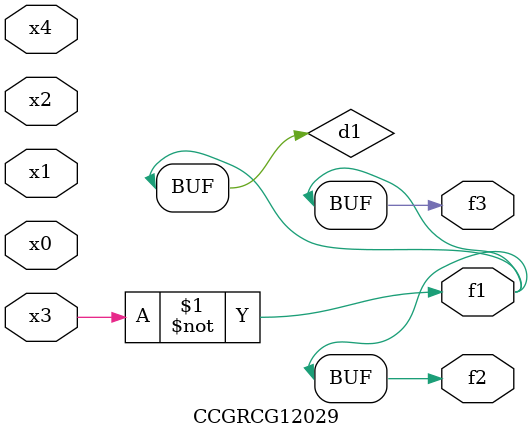
<source format=v>
module CCGRCG12029(
	input x0, x1, x2, x3, x4,
	output f1, f2, f3
);

	wire d1, d2;

	xnor (d1, x3);
	not (d2, x1);
	assign f1 = d1;
	assign f2 = d1;
	assign f3 = d1;
endmodule

</source>
